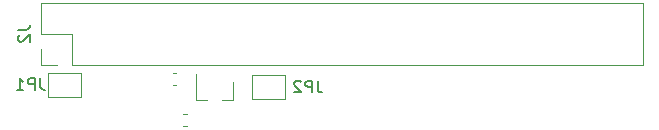
<source format=gbr>
%TF.GenerationSoftware,KiCad,Pcbnew,(5.99.0-11450-g1c1f7ac07e)*%
%TF.CreationDate,2021-09-18T13:42:06-03:00*%
%TF.ProjectId,LedHAt,4c656448-4174-42e6-9b69-6361645f7063,rev?*%
%TF.SameCoordinates,Original*%
%TF.FileFunction,Legend,Bot*%
%TF.FilePolarity,Positive*%
%FSLAX46Y46*%
G04 Gerber Fmt 4.6, Leading zero omitted, Abs format (unit mm)*
G04 Created by KiCad (PCBNEW (5.99.0-11450-g1c1f7ac07e)) date 2021-09-18 13:42:06*
%MOMM*%
%LPD*%
G01*
G04 APERTURE LIST*
%ADD10C,0.150000*%
%ADD11C,0.120000*%
G04 APERTURE END LIST*
D10*
%TO.C,JP2*%
X50433333Y-27652380D02*
X50433333Y-28366666D01*
X50480952Y-28509523D01*
X50576190Y-28604761D01*
X50719047Y-28652380D01*
X50814285Y-28652380D01*
X49957142Y-28652380D02*
X49957142Y-27652380D01*
X49576190Y-27652380D01*
X49480952Y-27700000D01*
X49433333Y-27747619D01*
X49385714Y-27842857D01*
X49385714Y-27985714D01*
X49433333Y-28080952D01*
X49480952Y-28128571D01*
X49576190Y-28176190D01*
X49957142Y-28176190D01*
X49004761Y-27747619D02*
X48957142Y-27700000D01*
X48861904Y-27652380D01*
X48623809Y-27652380D01*
X48528571Y-27700000D01*
X48480952Y-27747619D01*
X48433333Y-27842857D01*
X48433333Y-27938095D01*
X48480952Y-28080952D01*
X49052380Y-28652380D01*
X48433333Y-28652380D01*
%TO.C,J2*%
X25052380Y-23366666D02*
X25766666Y-23366666D01*
X25909523Y-23319047D01*
X26004761Y-23223809D01*
X26052380Y-23080952D01*
X26052380Y-22985714D01*
X25147619Y-23795238D02*
X25100000Y-23842857D01*
X25052380Y-23938095D01*
X25052380Y-24176190D01*
X25100000Y-24271428D01*
X25147619Y-24319047D01*
X25242857Y-24366666D01*
X25338095Y-24366666D01*
X25480952Y-24319047D01*
X26052380Y-23747619D01*
X26052380Y-24366666D01*
%TO.C,JP1*%
X26933333Y-27452380D02*
X26933333Y-28166666D01*
X26980952Y-28309523D01*
X27076190Y-28404761D01*
X27219047Y-28452380D01*
X27314285Y-28452380D01*
X26457142Y-28452380D02*
X26457142Y-27452380D01*
X26076190Y-27452380D01*
X25980952Y-27500000D01*
X25933333Y-27547619D01*
X25885714Y-27642857D01*
X25885714Y-27785714D01*
X25933333Y-27880952D01*
X25980952Y-27928571D01*
X26076190Y-27976190D01*
X26457142Y-27976190D01*
X24933333Y-28452380D02*
X25504761Y-28452380D01*
X25219047Y-28452380D02*
X25219047Y-27452380D01*
X25314285Y-27595238D01*
X25409523Y-27690476D01*
X25504761Y-27738095D01*
D11*
%TO.C,Q1*%
X43280000Y-29260000D02*
X43280000Y-27800000D01*
X40120000Y-29260000D02*
X40120000Y-27100000D01*
X43280000Y-29260000D02*
X42350000Y-29260000D01*
X40120000Y-29260000D02*
X41050000Y-29260000D01*
%TO.C,JP2*%
X47650000Y-27200000D02*
X44850000Y-27200000D01*
X44850000Y-29200000D02*
X47650000Y-29200000D01*
X47650000Y-29200000D02*
X47650000Y-27200000D01*
X44850000Y-27200000D02*
X44850000Y-29200000D01*
%TO.C,R2*%
X38137221Y-26990000D02*
X38462779Y-26990000D01*
X38137221Y-28010000D02*
X38462779Y-28010000D01*
%TO.C,R1*%
X39037221Y-31510000D02*
X39362779Y-31510000D01*
X39037221Y-30490000D02*
X39362779Y-30490000D01*
%TO.C,J2*%
X77960000Y-21100000D02*
X77960000Y-26300000D01*
X27040000Y-21100000D02*
X27040000Y-23700000D01*
X27040000Y-24970000D02*
X27040000Y-26300000D01*
X27040000Y-26300000D02*
X28370000Y-26300000D01*
X29640000Y-23700000D02*
X29640000Y-26300000D01*
X29640000Y-26300000D02*
X77960000Y-26300000D01*
X27040000Y-23700000D02*
X29640000Y-23700000D01*
X27040000Y-21100000D02*
X77960000Y-21100000D01*
%TO.C,JP1*%
X27600000Y-27000000D02*
X27600000Y-29000000D01*
X30400000Y-27000000D02*
X27600000Y-27000000D01*
X30400000Y-29000000D02*
X30400000Y-27000000D01*
X27600000Y-29000000D02*
X30400000Y-29000000D01*
%TD*%
M02*

</source>
